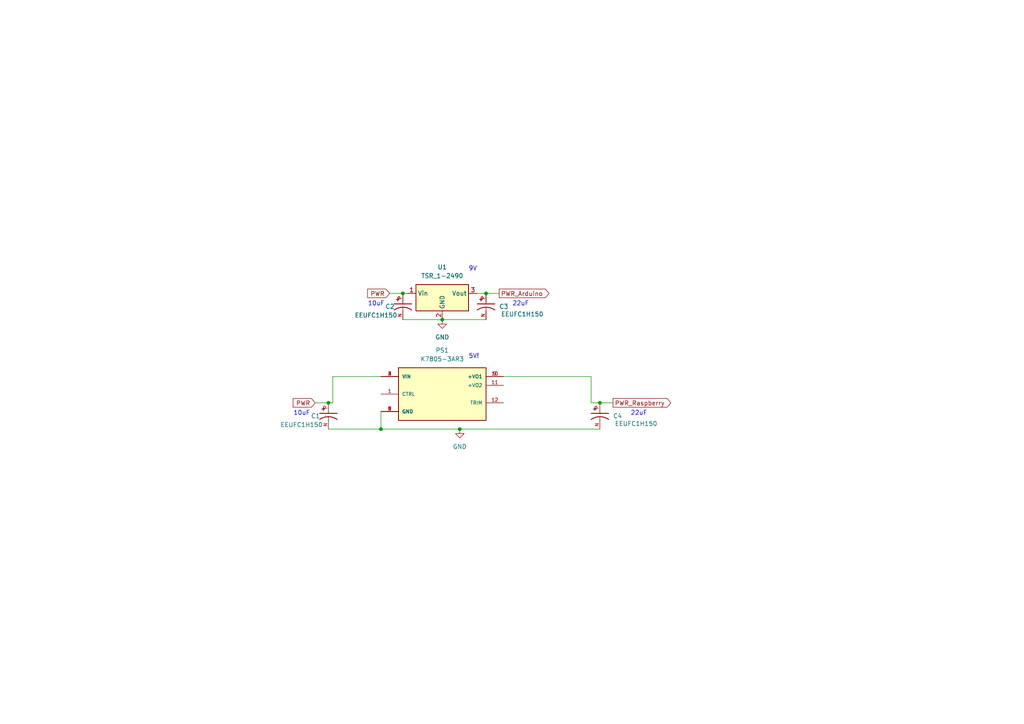
<source format=kicad_sch>
(kicad_sch (version 20211123) (generator eeschema)

  (uuid ee2efcba-5b92-4af4-928d-778cba8c994e)

  (paper "A4")

  (title_block
    (title "Conversores_tension")
    (date "2023-06-17")
    (company "UC3M")
    (comment 1 "Conversor de 5V/3A Raspberry Pi 4B.")
    (comment 2 "Conversor de 9V/0.5A Arduino Uno.")
  )

  (lib_symbols
    (symbol "EEUFC1H150:EEUFC1H150" (pin_names (offset 1.016)) (in_bom yes) (on_board yes)
      (property "Reference" "C" (id 0) (at -2.54 3.81 0)
        (effects (font (size 1.27 1.27)) (justify left bottom))
      )
      (property "Value" "EEUFC1H150" (id 1) (at -2.54 -5.08 0)
        (effects (font (size 1.27 1.27)) (justify left bottom))
      )
      (property "Footprint" "CAPPRD200W50D500H1100" (id 2) (at 0 0 0)
        (effects (font (size 1.27 1.27)) (justify bottom) hide)
      )
      (property "Datasheet" "" (id 3) (at 0 0 0)
        (effects (font (size 1.27 1.27)) hide)
      )
      (property "MF" "PANASONIC" (id 4) (at 0 0 0)
        (effects (font (size 1.27 1.27)) (justify bottom) hide)
      )
      (property "b_max" "0.55" (id 5) (at 0 0 0)
        (effects (font (size 1.27 1.27)) (justify bottom) hide)
      )
      (property "DESCRIPTION" "FC-A" (id 6) (at 0 0 0)
        (effects (font (size 1.27 1.27)) (justify bottom) hide)
      )
      (property "b_nom" "0.5" (id 7) (at 0 0 0)
        (effects (font (size 1.27 1.27)) (justify bottom) hide)
      )
      (property "PARTREV" "20-DEC-19" (id 8) (at 0 0 0)
        (effects (font (size 1.27 1.27)) (justify bottom) hide)
      )
      (property "A_max" "11" (id 9) (at 0 0 0)
        (effects (font (size 1.27 1.27)) (justify bottom) hide)
      )
      (property "D_nom" "5" (id 10) (at 0 0 0)
        (effects (font (size 1.27 1.27)) (justify bottom) hide)
      )
      (property "e_nom" "2" (id 11) (at 0 0 0)
        (effects (font (size 1.27 1.27)) (justify bottom) hide)
      )
      (symbol "EEUFC1H150_0_0"
        (rectangle (start -1.173 -1.532) (end -0.284 -1.405)
          (stroke (width 0.1) (type default) (color 0 0 0 0))
          (fill (type outline))
        )
        (rectangle (start -0.792 -1.913) (end -0.665 -1.024)
          (stroke (width 0.1) (type default) (color 0 0 0 0))
          (fill (type outline))
        )
        (polyline
          (pts
            (xy 0 0)
            (xy 0.508 0)
          )
          (stroke (width 0.1524) (type default) (color 0 0 0 0))
          (fill (type none))
        )
        (polyline
          (pts
            (xy 0.508 0)
            (xy 0.508 -2.54)
          )
          (stroke (width 0.254) (type default) (color 0 0 0 0))
          (fill (type none))
        )
        (polyline
          (pts
            (xy 0.508 2.54)
            (xy 0.508 0)
          )
          (stroke (width 0.254) (type default) (color 0 0 0 0))
          (fill (type none))
        )
        (polyline
          (pts
            (xy 2.54 0)
            (xy 1.524 0)
          )
          (stroke (width 0.1524) (type default) (color 0 0 0 0))
          (fill (type none))
        )
        (arc (start 2.286 2.54) (mid 1.4851 0) (end 2.286 -2.54)
          (stroke (width 0.254) (type default) (color 0 0 0 0))
          (fill (type none))
        )
        (pin passive line (at 5.08 0 180) (length 2.54)
          (name "~" (effects (font (size 1.016 1.016))))
          (number "N" (effects (font (size 1.016 1.016))))
        )
        (pin passive line (at -2.54 0 0) (length 2.54)
          (name "~" (effects (font (size 1.016 1.016))))
          (number "P" (effects (font (size 1.016 1.016))))
        )
      )
    )
    (symbol "K7805-3AR3:K7805-3AR3" (pin_names (offset 1.016)) (in_bom yes) (on_board yes)
      (property "Reference" "PS" (id 0) (at -12.7 8.89 0)
        (effects (font (size 1.27 1.27)) (justify left bottom))
      )
      (property "Value" "K7805-3AR3" (id 1) (at -12.7 -10.16 0)
        (effects (font (size 1.27 1.27)) (justify left bottom))
      )
      (property "Footprint" "CONV_K7805-3AR3" (id 2) (at 0 0 0)
        (effects (font (size 1.27 1.27)) (justify bottom) hide)
      )
      (property "Datasheet" "" (id 3) (at 0 0 0)
        (effects (font (size 1.27 1.27)) hide)
      )
      (property "PARTREV" "2021.01.29-A/2" (id 4) (at 0 0 0)
        (effects (font (size 1.27 1.27)) (justify bottom) hide)
      )
      (property "STANDARD" "Manufacturer Recommendations" (id 5) (at 0 0 0)
        (effects (font (size 1.27 1.27)) (justify bottom) hide)
      )
      (property "MAXIMUM_PACKAGE_HEIGHT" "15.35 mm" (id 6) (at 0 0 0)
        (effects (font (size 1.27 1.27)) (justify bottom) hide)
      )
      (property "MANUFACTURER" "Mornsun" (id 7) (at 0 0 0)
        (effects (font (size 1.27 1.27)) (justify bottom) hide)
      )
      (symbol "K7805-3AR3_0_0"
        (rectangle (start -12.7 -7.62) (end 12.7 7.62)
          (stroke (width 0.254) (type default) (color 0 0 0 0))
          (fill (type background))
        )
        (pin input line (at -17.78 0 0) (length 5.08)
          (name "CTRL" (effects (font (size 1.016 1.016))))
          (number "1" (effects (font (size 1.016 1.016))))
        )
        (pin output line (at 17.78 5.08 180) (length 5.08)
          (name "+VO1" (effects (font (size 1.016 1.016))))
          (number "10" (effects (font (size 1.016 1.016))))
        )
        (pin output line (at 17.78 2.54 180) (length 5.08)
          (name "+VO2" (effects (font (size 1.016 1.016))))
          (number "11" (effects (font (size 1.016 1.016))))
        )
        (pin passive line (at 17.78 -2.54 180) (length 5.08)
          (name "TRIM" (effects (font (size 1.016 1.016))))
          (number "12" (effects (font (size 1.016 1.016))))
        )
        (pin input line (at -17.78 5.08 0) (length 5.08)
          (name "VIN" (effects (font (size 1.016 1.016))))
          (number "2" (effects (font (size 1.016 1.016))))
        )
        (pin input line (at -17.78 5.08 0) (length 5.08)
          (name "VIN" (effects (font (size 1.016 1.016))))
          (number "3" (effects (font (size 1.016 1.016))))
        )
        (pin input line (at -17.78 5.08 0) (length 5.08)
          (name "VIN" (effects (font (size 1.016 1.016))))
          (number "4" (effects (font (size 1.016 1.016))))
        )
        (pin power_in line (at -17.78 -5.08 0) (length 5.08)
          (name "GND" (effects (font (size 1.016 1.016))))
          (number "5" (effects (font (size 1.016 1.016))))
        )
        (pin power_in line (at -17.78 -5.08 0) (length 5.08)
          (name "GND" (effects (font (size 1.016 1.016))))
          (number "6" (effects (font (size 1.016 1.016))))
        )
        (pin power_in line (at -17.78 -5.08 0) (length 5.08)
          (name "GND" (effects (font (size 1.016 1.016))))
          (number "7" (effects (font (size 1.016 1.016))))
        )
        (pin power_in line (at -17.78 -5.08 0) (length 5.08)
          (name "GND" (effects (font (size 1.016 1.016))))
          (number "8" (effects (font (size 1.016 1.016))))
        )
        (pin output line (at 17.78 5.08 180) (length 5.08)
          (name "+VO1" (effects (font (size 1.016 1.016))))
          (number "9" (effects (font (size 1.016 1.016))))
        )
      )
    )
    (symbol "Regulator_Switching:TSR_1-2490" (in_bom yes) (on_board yes)
      (property "Reference" "U" (id 0) (at -7.62 6.35 0)
        (effects (font (size 1.27 1.27)) (justify left))
      )
      (property "Value" "TSR_1-2490" (id 1) (at -1.27 6.35 0)
        (effects (font (size 1.27 1.27)) (justify left))
      )
      (property "Footprint" "Converter_DCDC:Converter_DCDC_TRACO_TSR-1_THT" (id 2) (at 0 -3.81 0)
        (effects (font (size 1.27 1.27) italic) (justify left) hide)
      )
      (property "Datasheet" "http://www.tracopower.com/products/tsr1.pdf" (id 3) (at 0 0 0)
        (effects (font (size 1.27 1.27)) hide)
      )
      (property "ki_keywords" "dc-dc traco buck" (id 4) (at 0 0 0)
        (effects (font (size 1.27 1.27)) hide)
      )
      (property "ki_description" "1A step-down regulator module, fixed 9V output voltage, 2-36V input voltage, -40°C to +85°C temperature range, TO-220 compatible LM78xx replacement" (id 5) (at 0 0 0)
        (effects (font (size 1.27 1.27)) hide)
      )
      (property "ki_fp_filters" "Converter*DCDC*TRACO*TSR?1*" (id 6) (at 0 0 0)
        (effects (font (size 1.27 1.27)) hide)
      )
      (symbol "TSR_1-2490_0_1"
        (rectangle (start -7.62 5.08) (end 7.62 -2.54)
          (stroke (width 0.254) (type default) (color 0 0 0 0))
          (fill (type background))
        )
      )
      (symbol "TSR_1-2490_1_1"
        (pin power_in line (at -10.16 2.54 0) (length 2.54)
          (name "Vin" (effects (font (size 1.27 1.27))))
          (number "1" (effects (font (size 1.27 1.27))))
        )
        (pin power_in line (at 0 -5.08 90) (length 2.54)
          (name "GND" (effects (font (size 1.27 1.27))))
          (number "2" (effects (font (size 1.27 1.27))))
        )
        (pin power_out line (at 10.16 2.54 180) (length 2.54)
          (name "Vout" (effects (font (size 1.27 1.27))))
          (number "3" (effects (font (size 1.27 1.27))))
        )
      )
    )
    (symbol "power:GND" (power) (pin_names (offset 0)) (in_bom yes) (on_board yes)
      (property "Reference" "#PWR" (id 0) (at 0 -6.35 0)
        (effects (font (size 1.27 1.27)) hide)
      )
      (property "Value" "GND" (id 1) (at 0 -3.81 0)
        (effects (font (size 1.27 1.27)))
      )
      (property "Footprint" "" (id 2) (at 0 0 0)
        (effects (font (size 1.27 1.27)) hide)
      )
      (property "Datasheet" "" (id 3) (at 0 0 0)
        (effects (font (size 1.27 1.27)) hide)
      )
      (property "ki_keywords" "power-flag" (id 4) (at 0 0 0)
        (effects (font (size 1.27 1.27)) hide)
      )
      (property "ki_description" "Power symbol creates a global label with name \"GND\" , ground" (id 5) (at 0 0 0)
        (effects (font (size 1.27 1.27)) hide)
      )
      (symbol "GND_0_1"
        (polyline
          (pts
            (xy 0 0)
            (xy 0 -1.27)
            (xy 1.27 -1.27)
            (xy 0 -2.54)
            (xy -1.27 -1.27)
            (xy 0 -1.27)
          )
          (stroke (width 0) (type default) (color 0 0 0 0))
          (fill (type none))
        )
      )
      (symbol "GND_1_1"
        (pin power_in line (at 0 0 270) (length 0) hide
          (name "GND" (effects (font (size 1.27 1.27))))
          (number "1" (effects (font (size 1.27 1.27))))
        )
      )
    )
  )

  (junction (at 95.25 116.84) (diameter 0) (color 0 0 0 0)
    (uuid 095a4f1d-58cf-473d-b1fb-f372ec16fca3)
  )
  (junction (at 133.35 124.46) (diameter 0) (color 0 0 0 0)
    (uuid 74d46446-ae88-4c5b-94ce-b45c2e1d15b1)
  )
  (junction (at 110.49 124.46) (diameter 0) (color 0 0 0 0)
    (uuid 85a59c06-d66e-43f4-b411-b6c3aa3d69fa)
  )
  (junction (at 116.84 85.09) (diameter 0) (color 0 0 0 0)
    (uuid 93fa7029-f7f3-4cbf-aa27-ed1179ead569)
  )
  (junction (at 128.27 92.71) (diameter 0) (color 0 0 0 0)
    (uuid bac4fc61-1246-41e8-8cbd-53f23ce0e956)
  )
  (junction (at 173.99 116.84) (diameter 0) (color 0 0 0 0)
    (uuid c750b789-4b7f-4326-a0a5-f4f0fd356256)
  )
  (junction (at 140.97 85.09) (diameter 0) (color 0 0 0 0)
    (uuid f661b966-82cd-44c1-8e9c-fda865b2621b)
  )

  (wire (pts (xy 95.25 116.84) (xy 96.52 116.84))
    (stroke (width 0) (type default) (color 0 0 0 0))
    (uuid 00aeb472-30c6-49ea-9429-acd080cc20e0)
  )
  (wire (pts (xy 177.8 116.84) (xy 173.99 116.84))
    (stroke (width 0) (type default) (color 0 0 0 0))
    (uuid 18c3cc0f-5154-47eb-acd7-d7a92e395938)
  )
  (wire (pts (xy 144.78 85.09) (xy 140.97 85.09))
    (stroke (width 0) (type default) (color 0 0 0 0))
    (uuid 199c2363-162d-449c-82d5-689aa01439bc)
  )
  (wire (pts (xy 173.99 116.84) (xy 171.45 116.84))
    (stroke (width 0) (type default) (color 0 0 0 0))
    (uuid 1eab8ee7-04c5-4cd0-be26-fe621c06a7c4)
  )
  (wire (pts (xy 113.03 85.09) (xy 116.84 85.09))
    (stroke (width 0) (type default) (color 0 0 0 0))
    (uuid 1f2038ff-f5d1-40d3-b8a3-52cb8b86c31a)
  )
  (wire (pts (xy 110.49 124.46) (xy 133.35 124.46))
    (stroke (width 0) (type default) (color 0 0 0 0))
    (uuid 8480169c-cc40-4eb8-9097-4f75410c0fc4)
  )
  (wire (pts (xy 146.05 109.22) (xy 171.45 109.22))
    (stroke (width 0) (type default) (color 0 0 0 0))
    (uuid 864e375c-c94b-4b48-b5ba-1d6d7a7a5ba6)
  )
  (wire (pts (xy 110.49 119.38) (xy 110.49 124.46))
    (stroke (width 0) (type default) (color 0 0 0 0))
    (uuid 92fb9cc0-2303-426b-ba4b-b7587eb8e85d)
  )
  (wire (pts (xy 133.35 124.46) (xy 173.99 124.46))
    (stroke (width 0) (type default) (color 0 0 0 0))
    (uuid ad73f968-38db-4b76-8bbe-5f39fd3dfe63)
  )
  (wire (pts (xy 128.27 92.71) (xy 140.97 92.71))
    (stroke (width 0) (type default) (color 0 0 0 0))
    (uuid b5ba0843-2984-4fe0-86b0-cf6d1a434ff9)
  )
  (wire (pts (xy 110.49 109.22) (xy 96.52 109.22))
    (stroke (width 0) (type default) (color 0 0 0 0))
    (uuid b648b15f-0609-4be4-b923-5816f76469c8)
  )
  (wire (pts (xy 116.84 92.71) (xy 128.27 92.71))
    (stroke (width 0) (type default) (color 0 0 0 0))
    (uuid c2dbe092-cbae-4ffa-8659-99cc908e15a8)
  )
  (wire (pts (xy 95.25 124.46) (xy 110.49 124.46))
    (stroke (width 0) (type default) (color 0 0 0 0))
    (uuid dd18eb2b-8eaa-4c67-8ce3-f7eeb699fc20)
  )
  (wire (pts (xy 116.84 85.09) (xy 118.11 85.09))
    (stroke (width 0) (type default) (color 0 0 0 0))
    (uuid e13c02c4-fe78-4165-8b21-7ec97309baf9)
  )
  (wire (pts (xy 140.97 85.09) (xy 138.43 85.09))
    (stroke (width 0) (type default) (color 0 0 0 0))
    (uuid e2e8d890-1722-4eb1-bd20-68dab1171238)
  )
  (wire (pts (xy 96.52 109.22) (xy 96.52 116.84))
    (stroke (width 0) (type default) (color 0 0 0 0))
    (uuid e434414c-677e-4082-bdee-d1e5535602bf)
  )
  (wire (pts (xy 91.44 116.84) (xy 95.25 116.84))
    (stroke (width 0) (type default) (color 0 0 0 0))
    (uuid fc04d4b0-e5df-48c5-939f-3cf02555a34f)
  )
  (wire (pts (xy 171.45 109.22) (xy 171.45 116.84))
    (stroke (width 0) (type default) (color 0 0 0 0))
    (uuid fcfb154d-79ea-4804-a311-f744e01c6d14)
  )

  (text "22uF" (at 182.88 120.65 0)
    (effects (font (size 1.27 1.27)) (justify left bottom))
    (uuid 0eec9f90-da2a-479d-b5cb-66a1589a2ad6)
  )
  (text "10uF" (at 85.09 120.65 0)
    (effects (font (size 1.27 1.27)) (justify left bottom))
    (uuid 22eea9eb-2baa-4bc1-b7c2-fd9395ad8f40)
  )
  (text "22uF" (at 148.59 88.9 0)
    (effects (font (size 1.27 1.27)) (justify left bottom))
    (uuid 2e52ffc6-b2e5-4b8d-83da-178b0036ba9a)
  )
  (text "5V!" (at 135.89 104.14 0)
    (effects (font (size 1.27 1.27)) (justify left bottom))
    (uuid 4dff63f4-27a5-45d2-b161-c9069b5bcf3e)
  )
  (text "10uF" (at 106.68 88.9 0)
    (effects (font (size 1.27 1.27)) (justify left bottom))
    (uuid b1936a60-5f07-4b4e-8617-f37f74f275c7)
  )
  (text "9V" (at 135.89 78.74 0)
    (effects (font (size 1.27 1.27)) (justify left bottom))
    (uuid c9902613-1c59-425e-81b1-4f34cf3c162f)
  )

  (global_label "PWR_Arduino" (shape output) (at 144.78 85.09 0) (fields_autoplaced)
    (effects (font (size 1.27 1.27)) (justify left))
    (uuid a3aab987-7786-4554-b95b-f360762366e8)
    (property "Intersheet References" "${INTERSHEET_REFS}" (id 0) (at 159.2279 85.0106 0)
      (effects (font (size 1.27 1.27)) (justify left) hide)
    )
  )
  (global_label "PWR" (shape input) (at 91.44 116.84 180) (fields_autoplaced)
    (effects (font (size 1.27 1.27)) (justify right))
    (uuid c156cf7c-fe91-4d16-8685-d83ce2295c4a)
    (property "Intersheet References" "${INTERSHEET_REFS}" (id 0) (at 85.0355 116.7606 0)
      (effects (font (size 1.27 1.27)) (justify right) hide)
    )
  )
  (global_label "PWR_Raspberry" (shape output) (at 177.8 116.84 0) (fields_autoplaced)
    (effects (font (size 1.27 1.27)) (justify left))
    (uuid e0c9c339-6e18-4fb9-b606-4458c81c58ce)
    (property "Intersheet References" "${INTERSHEET_REFS}" (id 0) (at 194.546 116.7606 0)
      (effects (font (size 1.27 1.27)) (justify left) hide)
    )
  )
  (global_label "PWR" (shape input) (at 113.03 85.09 180) (fields_autoplaced)
    (effects (font (size 1.27 1.27)) (justify right))
    (uuid ed954b3f-bf03-4d21-8e1c-47b26673f9bd)
    (property "Intersheet References" "${INTERSHEET_REFS}" (id 0) (at 106.6255 85.0106 0)
      (effects (font (size 1.27 1.27)) (justify right) hide)
    )
  )

  (symbol (lib_id "K7805-3AR3:K7805-3AR3") (at 128.27 114.3 0) (unit 1)
    (in_bom yes) (on_board yes) (fields_autoplaced)
    (uuid 0ddc7143-de64-4777-98db-cfa2153dabb2)
    (property "Reference" "PS1" (id 0) (at 128.27 101.6 0))
    (property "Value" "K7805-3AR3" (id 1) (at 128.27 104.14 0))
    (property "Footprint" "CONV_K7805-3AR3" (id 2) (at 128.27 114.3 0)
      (effects (font (size 1.27 1.27)) (justify bottom) hide)
    )
    (property "Datasheet" "" (id 3) (at 128.27 114.3 0)
      (effects (font (size 1.27 1.27)) hide)
    )
    (property "PARTREV" "2021.01.29-A/2" (id 4) (at 128.27 114.3 0)
      (effects (font (size 1.27 1.27)) (justify bottom) hide)
    )
    (property "STANDARD" "Manufacturer Recommendations" (id 5) (at 128.27 114.3 0)
      (effects (font (size 1.27 1.27)) (justify bottom) hide)
    )
    (property "MAXIMUM_PACKAGE_HEIGHT" "15.35 mm" (id 6) (at 128.27 114.3 0)
      (effects (font (size 1.27 1.27)) (justify bottom) hide)
    )
    (property "MANUFACTURER" "Mornsun" (id 7) (at 128.27 114.3 0)
      (effects (font (size 1.27 1.27)) (justify bottom) hide)
    )
    (pin "1" (uuid 6c6033a1-dfc1-4315-bc6f-17bdad2b47f0))
    (pin "10" (uuid 31968fd3-b123-4514-846a-824a8da32810))
    (pin "11" (uuid d51ff79c-21c3-48f9-938d-5bc243516c23))
    (pin "12" (uuid c5455d52-95a3-48da-9f75-706fd9f4146e))
    (pin "2" (uuid ab4b2a99-f104-4155-8aed-83ebd009c5a0))
    (pin "3" (uuid 7bc81dbd-bea1-44b0-91d2-f90dfbe35766))
    (pin "4" (uuid 30f5ea4c-1b13-4eb3-8d5d-ff972e313ef9))
    (pin "5" (uuid 4c70ddf1-abe7-4459-bf63-5bc6831e9726))
    (pin "6" (uuid 5d60c1f5-8393-4b17-a55b-03940e14bea3))
    (pin "7" (uuid 7a002481-7c7b-4991-a628-3656216851f2))
    (pin "8" (uuid 63ce41bd-56f4-4fd0-a325-8452c8473d39))
    (pin "9" (uuid 52ab988d-a7dc-4339-bf1e-018956daa216))
  )

  (symbol (lib_id "EEUFC1H150:EEUFC1H150") (at 95.25 119.38 270) (unit 1)
    (in_bom yes) (on_board yes)
    (uuid 1bdfcaae-a2b8-4c90-a730-56b698175c24)
    (property "Reference" "C1" (id 0) (at 90.17 120.65 90)
      (effects (font (size 1.27 1.27)) (justify left))
    )
    (property "Value" "EEUFC1H150" (id 1) (at 81.28 123.19 90)
      (effects (font (size 1.27 1.27)) (justify left))
    )
    (property "Footprint" "CAPPRD200W50D500H1100" (id 2) (at 95.25 119.38 0)
      (effects (font (size 1.27 1.27)) (justify bottom) hide)
    )
    (property "Datasheet" "" (id 3) (at 95.25 119.38 0)
      (effects (font (size 1.27 1.27)) hide)
    )
    (property "MF" "PANASONIC" (id 4) (at 95.25 119.38 0)
      (effects (font (size 1.27 1.27)) (justify bottom) hide)
    )
    (property "b_max" "0.55" (id 5) (at 95.25 119.38 0)
      (effects (font (size 1.27 1.27)) (justify bottom) hide)
    )
    (property "DESCRIPTION" "FC-A" (id 6) (at 95.25 119.38 0)
      (effects (font (size 1.27 1.27)) (justify bottom) hide)
    )
    (property "b_nom" "0.5" (id 7) (at 95.25 119.38 0)
      (effects (font (size 1.27 1.27)) (justify bottom) hide)
    )
    (property "PARTREV" "20-DEC-19" (id 8) (at 95.25 119.38 0)
      (effects (font (size 1.27 1.27)) (justify bottom) hide)
    )
    (property "A_max" "11" (id 9) (at 95.25 119.38 0)
      (effects (font (size 1.27 1.27)) (justify bottom) hide)
    )
    (property "D_nom" "5" (id 10) (at 95.25 119.38 0)
      (effects (font (size 1.27 1.27)) (justify bottom) hide)
    )
    (property "e_nom" "2" (id 11) (at 95.25 119.38 0)
      (effects (font (size 1.27 1.27)) (justify bottom) hide)
    )
    (pin "N" (uuid a0843b09-23c6-4fbf-8a54-6cd087a5aec2))
    (pin "P" (uuid a2388fd5-bb5b-4d40-8e4e-ea9522870e5e))
  )

  (symbol (lib_id "Regulator_Switching:TSR_1-2490") (at 128.27 87.63 0) (unit 1)
    (in_bom yes) (on_board yes) (fields_autoplaced)
    (uuid 24e1d844-5e5c-454f-933d-1cb5e40bb3b8)
    (property "Reference" "U1" (id 0) (at 128.27 77.47 0))
    (property "Value" "TSR_1-2490" (id 1) (at 128.27 80.01 0))
    (property "Footprint" "Converter_DCDC:Converter_DCDC_TRACO_TSR-1_THT" (id 2) (at 128.27 91.44 0)
      (effects (font (size 1.27 1.27) italic) (justify left) hide)
    )
    (property "Datasheet" "http://www.tracopower.com/products/tsr1.pdf" (id 3) (at 128.27 87.63 0)
      (effects (font (size 1.27 1.27)) hide)
    )
    (pin "1" (uuid ec78e987-4002-4bce-8e9c-28755bfeea1c))
    (pin "2" (uuid dd43d470-e6a4-4df6-8e0e-c4deca25053b))
    (pin "3" (uuid 6476e495-3920-47cb-a2d1-cbbad51bde46))
  )

  (symbol (lib_id "power:GND") (at 128.27 92.71 0) (unit 1)
    (in_bom yes) (on_board yes) (fields_autoplaced)
    (uuid 27dc090f-718d-4ffc-8c16-1758d03691fe)
    (property "Reference" "#PWR0102" (id 0) (at 128.27 99.06 0)
      (effects (font (size 1.27 1.27)) hide)
    )
    (property "Value" "GND" (id 1) (at 128.27 97.79 0))
    (property "Footprint" "" (id 2) (at 128.27 92.71 0)
      (effects (font (size 1.27 1.27)) hide)
    )
    (property "Datasheet" "" (id 3) (at 128.27 92.71 0)
      (effects (font (size 1.27 1.27)) hide)
    )
    (pin "1" (uuid 41c16b40-197e-4ad1-9ecf-17a240939afd))
  )

  (symbol (lib_id "EEUFC1H150:EEUFC1H150") (at 116.84 87.63 270) (unit 1)
    (in_bom yes) (on_board yes)
    (uuid 30565fae-3b8a-4341-8bcd-2636d216010c)
    (property "Reference" "C2" (id 0) (at 111.76 88.9 90)
      (effects (font (size 1.27 1.27)) (justify left))
    )
    (property "Value" "EEUFC1H150" (id 1) (at 102.87 91.44 90)
      (effects (font (size 1.27 1.27)) (justify left))
    )
    (property "Footprint" "CAPPRD200W50D500H1100" (id 2) (at 116.84 87.63 0)
      (effects (font (size 1.27 1.27)) (justify bottom) hide)
    )
    (property "Datasheet" "" (id 3) (at 116.84 87.63 0)
      (effects (font (size 1.27 1.27)) hide)
    )
    (property "MF" "PANASONIC" (id 4) (at 116.84 87.63 0)
      (effects (font (size 1.27 1.27)) (justify bottom) hide)
    )
    (property "b_max" "0.55" (id 5) (at 116.84 87.63 0)
      (effects (font (size 1.27 1.27)) (justify bottom) hide)
    )
    (property "DESCRIPTION" "FC-A" (id 6) (at 116.84 87.63 0)
      (effects (font (size 1.27 1.27)) (justify bottom) hide)
    )
    (property "b_nom" "0.5" (id 7) (at 116.84 87.63 0)
      (effects (font (size 1.27 1.27)) (justify bottom) hide)
    )
    (property "PARTREV" "20-DEC-19" (id 8) (at 116.84 87.63 0)
      (effects (font (size 1.27 1.27)) (justify bottom) hide)
    )
    (property "A_max" "11" (id 9) (at 116.84 87.63 0)
      (effects (font (size 1.27 1.27)) (justify bottom) hide)
    )
    (property "D_nom" "5" (id 10) (at 116.84 87.63 0)
      (effects (font (size 1.27 1.27)) (justify bottom) hide)
    )
    (property "e_nom" "2" (id 11) (at 116.84 87.63 0)
      (effects (font (size 1.27 1.27)) (justify bottom) hide)
    )
    (pin "N" (uuid 9cd316e2-9010-4a81-bb3c-12cc1ee20ab2))
    (pin "P" (uuid 8ad0bece-e73a-41d0-ae39-b1ae9d7652d9))
  )

  (symbol (lib_id "EEUFC1H150:EEUFC1H150") (at 173.99 119.38 270) (unit 1)
    (in_bom yes) (on_board yes)
    (uuid 80b2c87b-b7c8-4a81-9266-07f18102cc9f)
    (property "Reference" "C4" (id 0) (at 177.8 120.65 90)
      (effects (font (size 1.27 1.27)) (justify left))
    )
    (property "Value" "EEUFC1H150" (id 1) (at 178.3076 122.8755 90)
      (effects (font (size 1.27 1.27)) (justify left))
    )
    (property "Footprint" "CAPPRD200W50D500H1100" (id 2) (at 173.99 119.38 0)
      (effects (font (size 1.27 1.27)) (justify bottom) hide)
    )
    (property "Datasheet" "" (id 3) (at 173.99 119.38 0)
      (effects (font (size 1.27 1.27)) hide)
    )
    (property "MF" "PANASONIC" (id 4) (at 173.99 119.38 0)
      (effects (font (size 1.27 1.27)) (justify bottom) hide)
    )
    (property "b_max" "0.55" (id 5) (at 173.99 119.38 0)
      (effects (font (size 1.27 1.27)) (justify bottom) hide)
    )
    (property "DESCRIPTION" "FC-A" (id 6) (at 173.99 119.38 0)
      (effects (font (size 1.27 1.27)) (justify bottom) hide)
    )
    (property "b_nom" "0.5" (id 7) (at 173.99 119.38 0)
      (effects (font (size 1.27 1.27)) (justify bottom) hide)
    )
    (property "PARTREV" "20-DEC-19" (id 8) (at 173.99 119.38 0)
      (effects (font (size 1.27 1.27)) (justify bottom) hide)
    )
    (property "A_max" "11" (id 9) (at 173.99 119.38 0)
      (effects (font (size 1.27 1.27)) (justify bottom) hide)
    )
    (property "D_nom" "5" (id 10) (at 173.99 119.38 0)
      (effects (font (size 1.27 1.27)) (justify bottom) hide)
    )
    (property "e_nom" "2" (id 11) (at 173.99 119.38 0)
      (effects (font (size 1.27 1.27)) (justify bottom) hide)
    )
    (pin "N" (uuid 659c084c-4c5b-40ca-a5f2-13bae78c3aaa))
    (pin "P" (uuid 6b56ee4f-e95a-4391-938b-b78f5913d3e5))
  )

  (symbol (lib_id "power:GND") (at 133.35 124.46 0) (unit 1)
    (in_bom yes) (on_board yes) (fields_autoplaced)
    (uuid af0b3a7a-5750-43b5-bffb-1045ba2ac94b)
    (property "Reference" "#PWR0103" (id 0) (at 133.35 130.81 0)
      (effects (font (size 1.27 1.27)) hide)
    )
    (property "Value" "GND" (id 1) (at 133.35 129.54 0))
    (property "Footprint" "" (id 2) (at 133.35 124.46 0)
      (effects (font (size 1.27 1.27)) hide)
    )
    (property "Datasheet" "" (id 3) (at 133.35 124.46 0)
      (effects (font (size 1.27 1.27)) hide)
    )
    (pin "1" (uuid 1a9008fa-e936-408c-bd1d-8406d51c1b71))
  )

  (symbol (lib_id "EEUFC1H150:EEUFC1H150") (at 140.97 87.63 270) (unit 1)
    (in_bom yes) (on_board yes)
    (uuid b5070830-0f98-43df-93db-5a141618f9e1)
    (property "Reference" "C3" (id 0) (at 144.78 88.9 90)
      (effects (font (size 1.27 1.27)) (justify left))
    )
    (property "Value" "EEUFC1H150" (id 1) (at 145.2876 91.1255 90)
      (effects (font (size 1.27 1.27)) (justify left))
    )
    (property "Footprint" "CAPPRD200W50D500H1100" (id 2) (at 140.97 87.63 0)
      (effects (font (size 1.27 1.27)) (justify bottom) hide)
    )
    (property "Datasheet" "" (id 3) (at 140.97 87.63 0)
      (effects (font (size 1.27 1.27)) hide)
    )
    (property "MF" "PANASONIC" (id 4) (at 140.97 87.63 0)
      (effects (font (size 1.27 1.27)) (justify bottom) hide)
    )
    (property "b_max" "0.55" (id 5) (at 140.97 87.63 0)
      (effects (font (size 1.27 1.27)) (justify bottom) hide)
    )
    (property "DESCRIPTION" "FC-A" (id 6) (at 140.97 87.63 0)
      (effects (font (size 1.27 1.27)) (justify bottom) hide)
    )
    (property "b_nom" "0.5" (id 7) (at 140.97 87.63 0)
      (effects (font (size 1.27 1.27)) (justify bottom) hide)
    )
    (property "PARTREV" "20-DEC-19" (id 8) (at 140.97 87.63 0)
      (effects (font (size 1.27 1.27)) (justify bottom) hide)
    )
    (property "A_max" "11" (id 9) (at 140.97 87.63 0)
      (effects (font (size 1.27 1.27)) (justify bottom) hide)
    )
    (property "D_nom" "5" (id 10) (at 140.97 87.63 0)
      (effects (font (size 1.27 1.27)) (justify bottom) hide)
    )
    (property "e_nom" "2" (id 11) (at 140.97 87.63 0)
      (effects (font (size 1.27 1.27)) (justify bottom) hide)
    )
    (pin "N" (uuid 0dbf0991-4956-4be2-835a-a667d101f4bf))
    (pin "P" (uuid 72128c96-481e-4723-9b30-3edaeb7e2591))
  )
)

</source>
